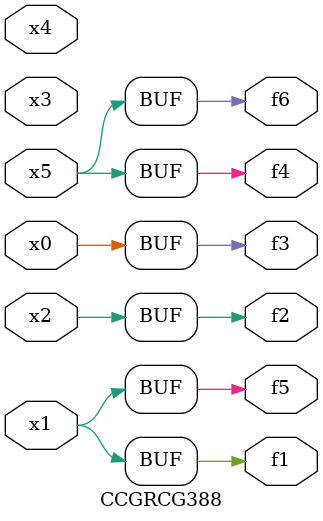
<source format=v>
module CCGRCG388(
	input x0, x1, x2, x3, x4, x5,
	output f1, f2, f3, f4, f5, f6
);
	assign f1 = x1;
	assign f2 = x2;
	assign f3 = x0;
	assign f4 = x5;
	assign f5 = x1;
	assign f6 = x5;
endmodule

</source>
